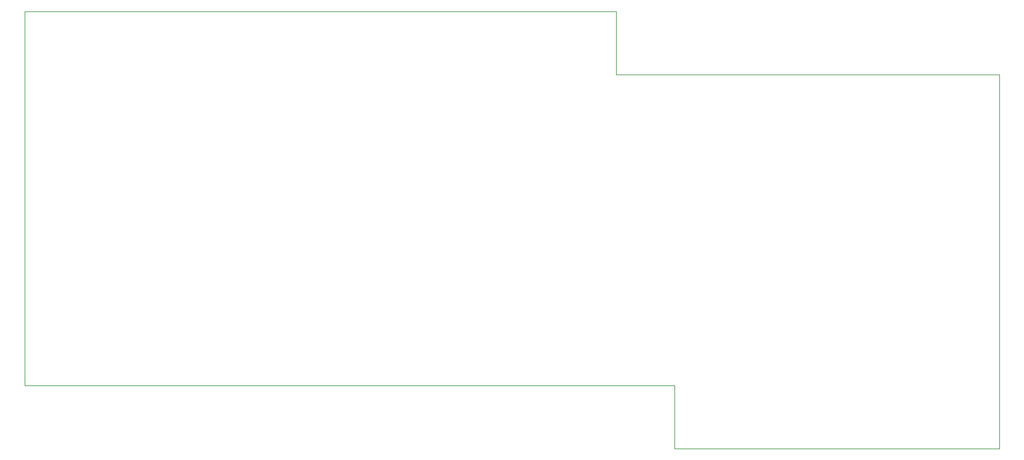
<source format=gko>
G04 #@! TF.FileFunction,Profile,NP*
%FSLAX46Y46*%
G04 Gerber Fmt 4.6, Leading zero omitted, Abs format (unit mm)*
G04 Created by KiCad (PCBNEW 4.0.5-e0-6337~49~ubuntu14.04.1) date Fri Dec 30 14:23:34 2016*
%MOMM*%
%LPD*%
G01*
G04 APERTURE LIST*
%ADD10C,0.150000*%
%ADD11C,0.100000*%
G04 APERTURE END LIST*
D10*
D11*
X159385000Y-74930000D02*
X76200000Y-74930000D01*
X159385000Y-83820000D02*
X159385000Y-74930000D01*
X213360000Y-83820000D02*
X159385000Y-83820000D01*
X213360000Y-136525000D02*
X213360000Y-83820000D01*
X167640000Y-136525000D02*
X213360000Y-136525000D01*
X167640000Y-127635000D02*
X167640000Y-136525000D01*
X76200000Y-127635000D02*
X167640000Y-127635000D01*
X76200000Y-74930000D02*
X76200000Y-127635000D01*
M02*

</source>
